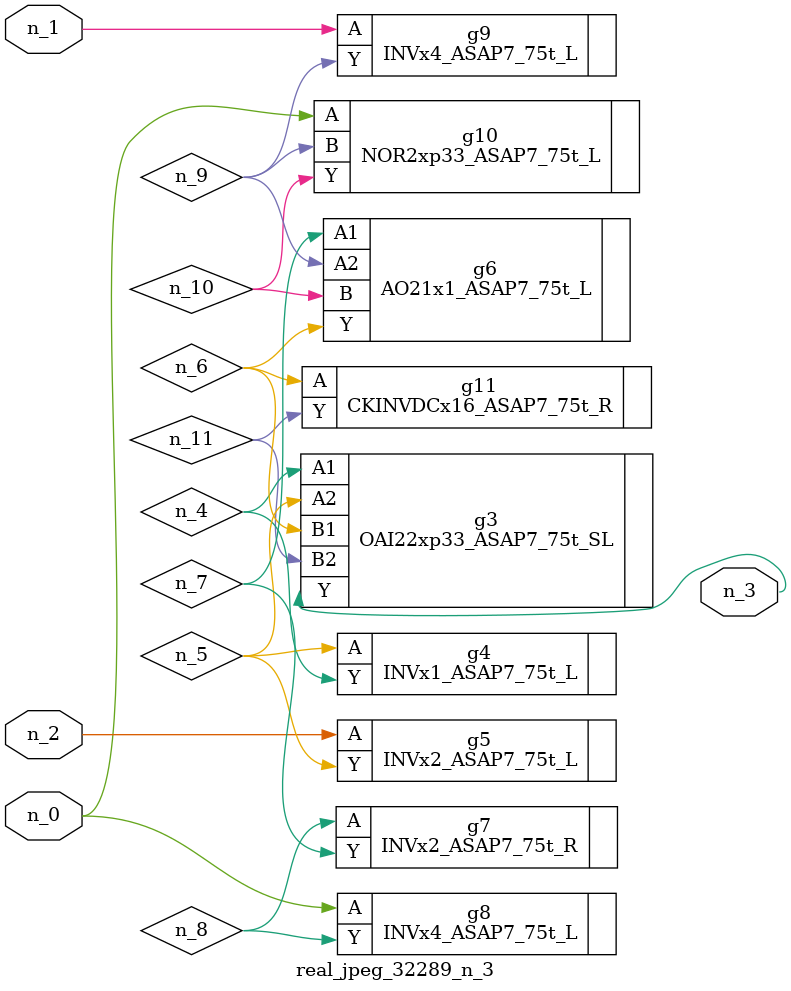
<source format=v>
module real_jpeg_32289_n_3 (n_1, n_0, n_2, n_3);

input n_1;
input n_0;
input n_2;

output n_3;

wire n_5;
wire n_4;
wire n_8;
wire n_11;
wire n_6;
wire n_7;
wire n_10;
wire n_9;

INVx4_ASAP7_75t_L g8 ( 
.A(n_0),
.Y(n_8)
);

NOR2xp33_ASAP7_75t_L g10 ( 
.A(n_0),
.B(n_9),
.Y(n_10)
);

INVx4_ASAP7_75t_L g9 ( 
.A(n_1),
.Y(n_9)
);

INVx2_ASAP7_75t_L g5 ( 
.A(n_2),
.Y(n_5)
);

OAI22xp33_ASAP7_75t_SL g3 ( 
.A1(n_4),
.A2(n_5),
.B1(n_6),
.B2(n_11),
.Y(n_3)
);

INVx1_ASAP7_75t_L g4 ( 
.A(n_5),
.Y(n_4)
);

CKINVDCx16_ASAP7_75t_R g11 ( 
.A(n_6),
.Y(n_11)
);

AO21x1_ASAP7_75t_L g6 ( 
.A1(n_7),
.A2(n_9),
.B(n_10),
.Y(n_6)
);

INVx2_ASAP7_75t_R g7 ( 
.A(n_8),
.Y(n_7)
);


endmodule
</source>
